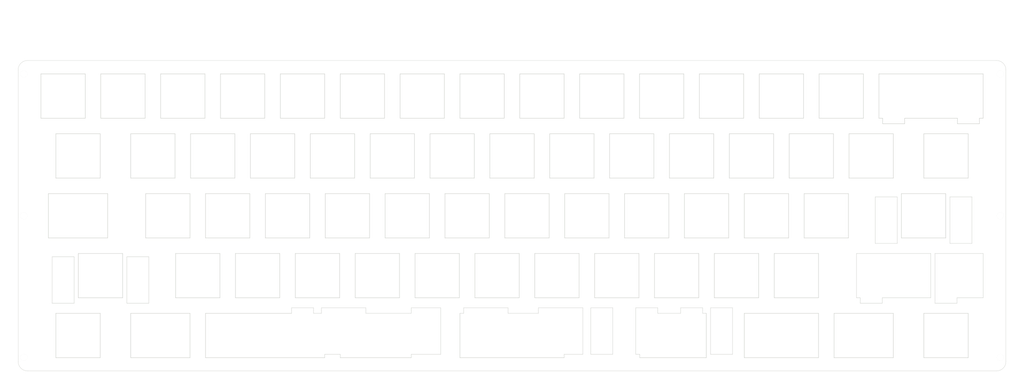
<source format=kicad_pcb>
(kicad_pcb (version 20211014) (generator pcbnew)
  (layers (0 "F.Cu" signal) (31 "B.Cu" signal) (34 "B.Paste" user) (35 "F.Paste" user) (36 "B.SilkS" user "B.Silkscreen") (37 "F.SilkS" user "F.Silkscreen") (38 "B.Mask" user) (39 "F.Mask" user) (44 "Edge.Cuts" user))
  (net 0 "")
  (footprint "kbd_SW_Hole:SW_Hole_1u" (layer "F.Cu") (at 57.15 47.625)
    (fp_text reference "SW18" hide)
    (fp_text value "SW_PUSH" hide)
    (fp_line (start -7.05 7.05) (end -7.05 -7.05) (layer "Edge.Cuts") (width 0.15))
    (fp_line (start -7.05 -7.05) (end 7.05 -7.05) (layer "Edge.Cuts") (width 0.15))
    (fp_line (start 7.05 -7.05) (end 7.05 7.05) (layer "Edge.Cuts") (width 0.15))
    (fp_line (start 7.05 7.05) (end -7.05 7.05) (layer "Edge.Cuts") (width 0.15))
  )
  (footprint "kbd_SW_Hole:SW_Hole_1u" (layer "F.Cu") (at 47.625 28.575)
    (fp_text reference "SW2" hide)
    (fp_text value "SW_PUSH" hide)
    (fp_line (start 7.05 7.05) (end -7.05 7.05) (layer "Edge.Cuts") (width 0.15))
    (fp_line (start -7.05 7.05) (end -7.05 -7.05) (layer "Edge.Cuts") (width 0.15))
    (fp_line (start 7.05 -7.05) (end 7.05 7.05) (layer "Edge.Cuts") (width 0.15))
    (fp_line (start -7.05 -7.05) (end 7.05 -7.05) (layer "Edge.Cuts") (width 0.15))
  )
  (footprint "kbd_SW_Hole:SW_Hole_1.75u" (layer "F.Cu") (at 35.71875 66.675)
    (fp_text reference "SW3" hide)
    (fp_text value "SW_PUSH" hide)
    (fp_line (start -11.8125 7.05) (end -11.8125 -7.05) (layer "Edge.Cuts") (width 0.15))
    (fp_line (start 7.05 -7.05) (end 7.05 7.05) (layer "Edge.Cuts") (width 0.15))
    (fp_line (start 7.05 7.05) (end -11.8125 7.05) (layer "Edge.Cuts") (width 0.15))
    (fp_line (start -11.8125 -7.05) (end 7.05 -7.05) (layer "Edge.Cuts") (width 0.15))
  )
  (footprint "kbd_SW_Hole:SW_Hole_1u" (layer "F.Cu") (at 28.575 28.575)
    (fp_text reference "SW1" hide)
    (fp_text value "SW_PUSH" hide)
    (fp_line (start -7.05 -7.05) (end 7.05 -7.05) (layer "Edge.Cuts") (width 0.15))
    (fp_line (start 7.05 7.05) (end -7.05 7.05) (layer "Edge.Cuts") (width 0.15))
    (fp_line (start 7.05 -7.05) (end 7.05 7.05) (layer "Edge.Cuts") (width 0.15))
    (fp_line (start -7.05 7.05) (end -7.05 -7.05) (layer "Edge.Cuts") (width 0.15))
  )
  (footprint "kbd_SW_Hole:SW_Hole_1.5u" (layer "F.Cu") (at 33.3375 47.625)
    (fp_text reference "SW17" hide)
    (fp_text value "KEY_SWITCH" hide)
    (fp_line (start 7.05 -7.05) (end 7.05 7.05) (layer "Edge.Cuts") (width 0.15))
    (fp_line (start 7.05 7.05) (end -7.05 7.05) (layer "Edge.Cuts") (width 0.15))
    (fp_line (start -7.05 7.05) (end -7.05 -7.05) (layer "Edge.Cuts") (width 0.15))
    (fp_line (start -7.05 -7.05) (end 7.05 -7.05) (layer "Edge.Cuts") (width 0.15))
  )
  (footprint "kbd_SW_Hole:SW_Hole_2.25u" (layer "F.Cu") (at 40.48125 85.725)
    (fp_text reference "SW4" hide)
    (fp_text value "KEY_SWITCH" hide)
    (fp_line (start 7.05 -7.05) (end 7.05 7.05) (layer "Edge.Cuts") (width 0.15))
    (fp_line (start -7.05 7.05) (end -7.05 -7.05) (layer "Edge.Cuts") (width 0.15))
    (fp_line (start 8.4 -6) (end 8.4 8.8) (layer "Edge.Cuts") (width 0.12))
    (fp_line (start 15.4 8.8) (end 15.4 -6) (layer "Edge.Cuts") (width 0.12))
    (fp_line (start 7.05 7.05) (end -7.05 7.05) (layer "Edge.Cuts") (width 0.15))
    (fp_line (start 8.4 8.8) (end 15.4 8.8) (layer "Edge.Cuts") (width 0.12))
    (fp_line (start -7.05 -7.05) (end 7.05 -7.05) (layer "Edge.Cuts") (width 0.15))
    (fp_line (start -15.4 -6) (end -8.4 -6) (layer "Edge.Cuts") (width 0.12))
    (fp_line (start -8.4 -6) (end -8.4 8.8) (layer "Edge.Cuts") (width 0.12))
    (fp_line (start -15.4 8.8) (end -15.4 -6) (layer "Edge.Cuts") (width 0.12))
    (fp_line (start 15.4 -6) (end 8.4 -6) (layer "Edge.Cuts") (width 0.12))
    (fp_line (start -8.4 8.8) (end -15.4 8.8) (layer "Edge.Cuts") (width 0.12))
  )
  (footprint "kbd_SW_Hole:SW_Hole_1u" (layer "F.Cu") (at 71.4375 85.725)
    (fp_text reference "SW9" hide)
    (fp_text value "SW_PUSH" hide)
    (fp_line (start 7.05 7.05) (end -7.05 7.05) (layer "Edge.Cuts") (width 0.15))
    (fp_line (start -7.05 -7.05) (end 7.05 -7.05) (layer "Edge.Cuts") (width 0.15))
    (fp_line (start 7.05 -7.05) (end 7.05 7.05) (layer "Edge.Cuts") (width 0.15))
    (fp_line (start -7.05 7.05) (end -7.05 -7.05) (layer "Edge.Cuts") (width 0.15))
  )
  (footprint "kbd_SW_Hole:SW_Hole_1u" (layer "F.Cu") (at 61.9125 66.675)
    (fp_text reference "SW8" hide)
    (fp_text value "SW_PUSH" hide)
    (fp_line (start 7.05 7.05) (end -7.05 7.05) (layer "Edge.Cuts") (width 0.15))
    (fp_line (start -7.05 7.05) (end -7.05 -7.05) (layer "Edge.Cuts") (width 0.15))
    (fp_line (start 7.05 -7.05) (end 7.05 7.05) (layer "Edge.Cuts") (width 0.15))
    (fp_line (start -7.05 -7.05) (end 7.05 -7.05) (layer "Edge.Cuts") (width 0.15))
  )
  (footprint "kbd_SW_Hole:SW_Hole_1u" (layer "F.Cu") (at 76.2 47.625)
    (fp_text reference "SW12" hide)
    (fp_text value "SW_PUSH" hide)
    (fp_line (start -7.05 7.05) (end -7.05 -7.05) (layer "Edge.Cuts") (width 0.15))
    (fp_line (start 7.05 7.05) (end -7.05 7.05) (layer "Edge.Cuts") (width 0.15))
    (fp_line (start -7.05 -7.05) (end 7.05 -7.05) (layer "Edge.Cuts") (width 0.15))
    (fp_line (start 7.05 -7.05) (end 7.05 7.05) (layer "Edge.Cuts") (width 0.15))
  )
  (footprint "kbd_SW_Hole:SW_Hole_1u" (layer "F.Cu") (at 66.675 28.575)
    (fp_text reference "SW3" hide)
    (fp_text value "SW_PUSH" hide)
    (fp_line (start -7.05 7.05) (end -7.05 -7.05) (layer "Edge.Cuts") (width 0.15))
    (fp_line (start -7.05 -7.05) (end 7.05 -7.05) (layer "Edge.Cuts") (width 0.15))
    (fp_line (start 7.05 7.05) (end -7.05 7.05) (layer "Edge.Cuts") (width 0.15))
    (fp_line (start 7.05 -7.05) (end 7.05 7.05) (layer "Edge.Cuts") (width 0.15))
  )
  (footprint "kbd_SW_Hole:SW_Hole_1u" (layer "F.Cu") (at 80.9625 66.675)
    (fp_text reference "SW13" hide)
    (fp_text value "SW_PUSH" hide)
    (fp_line (start -7.05 7.05) (end -7.05 -7.05) (layer "Edge.Cuts") (width 0.15))
    (fp_line (start 7.05 7.05) (end -7.05 7.05) (layer "Edge.Cuts") (width 0.15))
    (fp_line (start 7.05 -7.05) (end 7.05 7.05) (layer "Edge.Cuts") (width 0.15))
    (fp_line (start -7.05 -7.05) (end 7.05 -7.05) (layer "Edge.Cuts") (width 0.15))
  )
  (footprint "kbd_SW_Hole:SW_Hole_1u" (layer "F.Cu") (at 90.4875 85.725)
    (fp_text reference "SW14" hide)
    (fp_text value "SW_PUSH" hide)
    (fp_line (start -7.05 7.05) (end -7.05 -7.05) (layer "Edge.Cuts") (width 0.15))
    (fp_line (start -7.05 -7.05) (end 7.05 -7.05) (layer "Edge.Cuts") (width 0.15))
    (fp_line (start 7.05 7.05) (end -7.05 7.05) (layer "Edge.Cuts") (width 0.15))
    (fp_line (start 7.05 -7.05) (end 7.05 7.05) (layer "Edge.Cuts") (width 0.15))
  )
  (footprint "kbd_SW_Hole:SW_Hole_1u" (layer "F.Cu") (at 95.25 47.625)
    (fp_text reference "SW17" hide)
    (fp_text value "SW_PUSH" hide)
    (fp_line (start 7.05 -7.05) (end 7.05 7.05) (layer "Edge.Cuts") (width 0.15))
    (fp_line (start -7.05 7.05) (end -7.05 -7.05) (layer "Edge.Cuts") (width 0.15))
    (fp_line (start -7.05 -7.05) (end 7.05 -7.05) (layer "Edge.Cuts") (width 0.15))
    (fp_line (start 7.05 7.05) (end -7.05 7.05) (layer "Edge.Cuts") (width 0.15))
  )
  (footprint "kbd_SW_Hole:SW_Hole_1u" (layer "F.Cu") (at 109.5375 85.725)
    (fp_text reference "SW19" hide)
    (fp_text value "SW_PUSH" hide)
    (fp_line (start -7.05 -7.05) (end 7.05 -7.05) (layer "Edge.Cuts") (width 0.15))
    (fp_line (start 7.05 7.05) (end -7.05 7.05) (layer "Edge.Cuts") (width 0.15))
    (fp_line (start -7.05 7.05) (end -7.05 -7.05) (layer "Edge.Cuts") (width 0.15))
    (fp_line (start 7.05 -7.05) (end 7.05 7.05) (layer "Edge.Cuts") (width 0.15))
  )
  (footprint "kbd_SW_Hole:SW_Hole_1u" (layer "F.Cu") (at 85.725 28.575)
    (fp_text reference "SW4" hide)
    (fp_text value "SW_PUSH" hide)
    (fp_line (start -7.05 -7.05) (end 7.05 -7.05) (layer "Edge.Cuts") (width 0.15))
    (fp_line (start -7.05 7.05) (end -7.05 -7.05) (layer "Edge.Cuts") (width 0.15))
    (fp_line (start 7.05 -7.05) (end 7.05 7.05) (layer "Edge.Cuts") (width 0.15))
    (fp_line (start 7.05 7.05) (end -7.05 7.05) (layer "Edge.Cuts") (width 0.15))
  )
  (footprint "kbd_SW_Hole:SW_Hole_1u" (layer "F.Cu") (at 100.0125 66.675)
    (fp_text reference "SW18" hide)
    (fp_text value "SW_PUSH" hide)
    (fp_line (start -7.05 -7.05) (end 7.05 -7.05) (layer "Edge.Cuts") (width 0.15))
    (fp_line (start 7.05 7.05) (end -7.05 7.05) (layer "Edge.Cuts") (width 0.15))
    (fp_line (start 7.05 -7.05) (end 7.05 7.05) (layer "Edge.Cuts") (width 0.15))
    (fp_line (start -7.05 7.05) (end -7.05 -7.05) (layer "Edge.Cuts") (width 0.15))
  )
  (footprint "kbd_SW_Hole:SW_Hole_1u" (layer "F.Cu") (at 114.3 47.625)
    (fp_text reference "SW22" hide)
    (fp_text value "SW_PUSH" hide)
    (fp_line (start -7.05 -7.05) (end 7.05 -7.05) (layer "Edge.Cuts") (width 0.15))
    (fp_line (start 7.05 7.05) (end -7.05 7.05) (layer "Edge.Cuts") (width 0.15))
    (fp_line (start -7.05 7.05) (end -7.05 -7.05) (layer "Edge.Cuts") (width 0.15))
    (fp_line (start 7.05 -7.05) (end 7.05 7.05) (layer "Edge.Cuts") (width 0.15))
  )
  (footprint "kbd_SW_Hole:SW_Hole_1u" (layer "F.Cu") (at 104.775 28.575)
    (fp_text reference "SW5" hide)
    (fp_text value "SW_PUSH" hide)
    (fp_line (start -7.05 7.05) (end -7.05 -7.05) (layer "Edge.Cuts") (width 0.15))
    (fp_line (start -7.05 -7.05) (end 7.05 -7.05) (layer "Edge.Cuts") (width 0.15))
    (fp_line (start 7.05 7.05) (end -7.05 7.05) (layer "Edge.Cuts") (width 0.15))
    (fp_line (start 7.05 -7.05) (end 7.05 7.05) (layer "Edge.Cuts") (width 0.15))
  )
  (footprint "kbd_SW_Hole:SW_Hole_1u" (layer "F.Cu") (at 166.6875 85.725)
    (fp_text reference "SW34" hide)
    (fp_text value "SW_PUSH" hide)
    (fp_line (start 7.05 -7.05) (end 7.05 7.05) (layer "Edge.Cuts") (width 0.15))
    (fp_line (start 7.05 7.05) (end -7.05 7.05) (layer "Edge.Cuts") (width 0.15))
    (fp_line (start -7.05 7.05) (end -7.05 -7.05) (layer "Edge.Cuts") (width 0.15))
    (fp_line (start -7.05 -7.05) (end 7.05 -7.05) (layer "Edge.Cuts") (width 0.15))
  )
  (footprint "kbd_SW_Hole:SW_Hole_1u" (layer "F.Cu") (at 119.0625 66.675)
    (fp_text reference "SW23" hide)
    (fp_text value "SW_PUSH" hide)
    (fp_line (start -7.05 -7.05) (end 7.05 -7.05) (layer "Edge.Cuts") (width 0.15))
    (fp_line (start 7.05 7.05) (end -7.05 7.05) (layer "Edge.Cuts") (width 0.15))
    (fp_line (start 7.05 -7.05) (end 7.05 7.05) (layer "Edge.Cuts") (width 0.15))
    (fp_line (start -7.05 7.05) (end -7.05 -7.05) (layer "Edge.Cuts") (width 0.15))
  )
  (footprint "kbd_SW_Hole:SW_Hole_1u" (layer "F.Cu") (at 133.35 47.625)
    (fp_text reference "SW27" hide)
    (fp_text value "SW_PUSH" hide)
    (fp_line (start -7.05 7.05) (end -7.05 -7.05) (layer "Edge.Cuts") (width 0.15))
    (fp_line (start -7.05 -7.05) (end 7.05 -7.05) (layer "Edge.Cuts") (width 0.15))
    (fp_line (start 7.05 -7.05) (end 7.05 7.05) (layer "Edge.Cuts") (width 0.15))
    (fp_line (start 7.05 7.05) (end -7.05 7.05) (layer "Edge.Cuts") (width 0.15))
  )
  (footprint "kbd_SW_Hole:SW_Hole_1u" (layer "F.Cu") (at 147.6375 85.725)
    (fp_text reference "SW29" hide)
    (fp_text value "SW_PUSH" hide)
    (fp_line (start 7.05 -7.05) (end 7.05 7.05) (layer "Edge.Cuts") (width 0.15))
    (fp_line (start -7.05 7.05) (end -7.05 -7.05) (layer "Edge.Cuts") (width 0.15))
    (fp_line (start -7.05 -7.05) (end 7.05 -7.05) (layer "Edge.Cuts") (width 0.15))
    (fp_line (start 7.05 7.05) (end -7.05 7.05) (layer "Edge.Cuts") (width 0.15))
  )
  (footprint "kbd_SW_Hole:SW_Hole_1u" (layer "F.Cu") (at 152.4 47.625)
    (fp_text reference "SW32" hide)
    (fp_text value "SW_PUSH" hide)
    (fp_line (start -7.05 -7.05) (end 7.05 -7.05) (layer "Edge.Cuts") (width 0.15))
    (fp_line (start 7.05 -7.05) (end 7.05 7.05) (layer "Edge.Cuts") (width 0.15))
    (fp_line (start -7.05 7.05) (end -7.05 -7.05) (layer "Edge.Cuts") (width 0.15))
    (fp_line (start 7.05 7.05) (end -7.05 7.05) (layer "Edge.Cuts") (width 0.15))
  )
  (footprint "kbd_SW_Hole:SW_Hole_1u" (layer "F.Cu") (at 157.1625 66.675)
    (fp_text reference "SW33" hide)
    (fp_text value "SW_PUSH" hide)
    (fp_line (start -7.05 7.05) (end -7.05 -7.05) (layer "Edge.Cuts") (width 0.15))
    (fp_line (start 7.05 -7.05) (end 7.05 7.05) (layer "Edge.Cuts") (width 0.15))
    (fp_line (start -7.05 -7.05) (end 7.05 -7.05) (layer "Edge.Cuts") (width 0.15))
    (fp_line (start 7.05 7.05) (end -7.05 7.05) (layer "Edge.Cuts") (width 0.15))
  )
  (footprint "kbd_SW_Hole:SW_Hole_1u" (layer "F.Cu") (at 123.825 28.575)
    (fp_text reference "SW6" hide)
    (fp_text value "SW_PUSH" hide)
    (fp_line (start -7.05 -7.05) (end 7.05 -7.05) (layer "Edge.Cuts") (width 0.15))
    (fp_line (start 7.05 -7.05) (end 7.05 7.05) (layer "Edge.Cuts") (width 0.15))
    (fp_line (start -7.05 7.05) (end -7.05 -7.05) (layer "Edge.Cuts") (width 0.15))
    (fp_line (start 7.05 7.05) (end -7.05 7.05) (layer "Edge.Cuts") (width 0.15))
  )
  (footprint "kbd_SW_Hole:SW_Hole_1u" (layer "F.Cu") (at 128.5875 85.725)
    (fp_text reference "SW24" hide)
    (fp_text value "SW_PUSH" hide)
    (fp_line (start -7.05 7.05) (end -7.05 -7.05) (layer "Edge.Cuts") (width 0.15))
    (fp_line (start 7.05 7.05) (end -7.05 7.05) (layer "Edge.Cuts") (width 0.15))
    (fp_line (start 7.05 -7.05) (end 7.05 7.05) (layer "Edge.Cuts") (width 0.15))
    (fp_line (start -7.05 -7.05) (end 7.05 -7.05) (layer "Edge.Cuts") (width 0.15))
  )
  (footprint "kbd_SW_Hole:SW_Hole_1u" (layer "F.Cu") (at 138.1125 66.675)
    (fp_text reference "SW28" hide)
    (fp_text value "SW_PUSH" hide)
    (fp_line (start 7.05 -7.05) (end 7.05 7.05) (layer "Edge.Cuts") (width 0.15))
    (fp_line (start 7.05 7.05) (end -7.05 7.05) (layer "Edge.Cuts") (width 0.15))
    (fp_line (start -7.05 -7.05) (end 7.05 -7.05) (layer "Edge.Cuts") (width 0.15))
    (fp_line (start -7.05 7.05) (end -7.05 -7.05) (layer "Edge.Cuts") (width 0.15))
  )
  (footprint "kbd_SW_Hole:SW_Hole_1u" (layer "F.Cu") (at 142.875 28.575)
    (fp_text reference "SW7" hide)
    (fp_text value "SW_PUSH" hide)
    (fp_line (start 7.05 -7.05) (end 7.05 7.05) (layer "Edge.Cuts") (width 0.15))
    (fp_line (start 7.05 7.05) (end -7.05 7.05) (layer "Edge.Cuts") (width 0.15))
    (fp_line (start -7.05 7.05) (end -7.05 -7.05) (layer "Edge.Cuts") (width 0.15))
    (fp_line (start -7.05 -7.05) (end 7.05 -7.05) (layer "Edge.Cuts") (width 0.15))
  )
  (footprint "kbd_SW_Hole:SW_Hole_1u" (layer "F.Cu") (at 195.2625 66.675)
    (fp_text reference "SW43" hide)
    (fp_text value "SW_PUSH" hide)
    (fp_line (start 7.05 -7.05) (end 7.05 7.05) (layer "Edge.Cuts") (width 0.15))
    (fp_line (start -7.05 7.05) (end -7.05 -7.05) (layer "Edge.Cuts") (width 0.15))
    (fp_line (start -7.05 -7.05) (end 7.05 -7.05) (layer "Edge.Cuts") (width 0.15))
    (fp_line (start 7.05 7.05) (end -7.05 7.05) (layer "Edge.Cuts") (width 0.15))
  )
  (footprint "kbd_SW_Hole:SW_Hole_1u" (layer "F.Cu") (at 185.7375 85.725)
    (fp_text reference "SW39" hide)
    (fp_text value "SW_PUSH" hide)
    (fp_line (start 7.05 -7.05) (end 7.05 7.05) (layer "Edge.Cuts") (width 0.15))
    (fp_line (start 7.05 7.05) (end -7.05 7.05) (layer "Edge.Cuts") (width 0.15))
    (fp_line (start -7.05 -7.05) (end 7.05 -7.05) (layer "Edge.Cuts") (width 0.15))
    (fp_line (start -7.05 7.05) (end -7.05 -7.05) (layer "Edge.Cuts") (width 0.15))
  )
  (footprint "kbd_SW_Hole:SW_Hole_1u" (layer "F.Cu") (at 200.025 28.575)
    (fp_text reference "SW10" hide)
    (fp_text value "SW_PUSH" hide)
    (fp_line (start -7.05 7.05) (end -7.05 -7.05) (layer "Edge.Cuts") (width 0.15))
    (fp_line (start 7.05 -7.05) (end 7.05 7.05) (layer "Edge.Cuts") (width 0.15))
    (fp_line (start 7.05 7.05) (end -7.05 7.05) (layer "Edge.Cuts") (width 0.15))
    (fp_line (start -7.05 -7.05) (end 7.05 -7.05) (layer "Edge.Cuts") (width 0.15))
  )
  (footprint "kbd_SW_Hole:SW_Hole_1u" (layer "F.Cu") (at 209.55 47.625)
    (fp_text reference "SW47" hide)
    (fp_text value "SW_PUSH" hide)
    (fp_line (start -7.05 -7.05) (end 7.05 -7.05) (layer "Edge.Cuts") (width 0.15))
    (fp_line (start 7.05 7.05) (end -7.05 7.05) (layer "Edge.Cuts") (width 0.15))
    (fp_line (start -7.05 7.05) (end -7.05 -7.05) (layer "Edge.Cuts") (width 0.15))
    (fp_line (start 7.05 -7.05) (end 7.05 7.05) (layer "Edge.Cuts") (width 0.15))
  )
  (footprint "kbd_SW_Hole:SW_Hole_1u" (layer "F.Cu") (at 180.975 28.575)
    (fp_text reference "SW9" hide)
    (fp_text value "SW_PUSH" hide)
    (fp_line (start -7.05 -7.05) (end 7.05 -7.05) (layer "Edge.Cuts") (width 0.15))
    (fp_line (start 7.05 7.05) (end -7.05 7.05) (layer "Edge.Cuts") (width 0.15))
    (fp_line (start -7.05 7.05) (end -7.05 -7.05) (layer "Edge.Cuts") (width 0.15))
    (fp_line (start 7.05 -7.05) (end 7.05 7.05) (layer "Edge.Cuts") (width 0.15))
  )
  (footprint "kbd_SW_Hole:SW_Hole_1u" (layer "F.Cu") (at 176.2125 66.675)
    (fp_text reference "SW38" hide)
    (fp_text value "SW_PUSH" hide)
    (fp_line (start 7.05 -7.05) (end 7.05 7.05) (layer "Edge.Cuts") (width 0.15))
    (fp_line (start 7.05 7.05) (end -7.05 7.05) (layer "Edge.Cuts") (width 0.15))
    (fp_line (start -7.05 7.05) (end -7.05 -7.05) (layer "Edge.Cuts") (width 0.15))
    (fp_line (start -7.05 -7.05) (end 7.05 -7.05) (layer "Edge.Cuts") (width 0.15))
  )
  (footprint "kbd_SW_Hole:SW_Hole_1u" (layer "F.Cu") (at 223.8375 85.725)
    (fp_text reference "SW49" hide)
    (fp_text value "SW_PUSH" hide)
    (fp_line (start -7.05 -7.05) (end 7.05 -7.05) (layer "Edge.Cuts") (width 0.15))
    (fp_line (start -7.05 7.05) (end -7.05 -7.05) (layer "Edge.Cuts") (width 0.15))
    (fp_line (start 7.05 -7.05) (end 7.05 7.05) (layer "Edge.Cuts") (width 0.15))
    (fp_line (start 7.05 7.05) (end -7.05 7.05) (layer "Edge.Cuts") (width 0.15))
  )
  (footprint "kbd_SW_Hole:SW_Hole_1u" (layer "F.Cu") (at 161.925 28.575)
    (fp_text reference "SW8" hide)
    (fp_text value "SW_PUSH" hide)
    (fp_line (start -7.05 7.05) (end -7.05 -7.05) (layer "Edge.Cuts") (width 0.15))
    (fp_line (start -7.05 -7.05) (end 7.05 -7.05) (layer "Edge.Cuts") (width 0.15))
    (fp_line (start 7.05 -7.05) (end 7.05 7.05) (layer "Edge.Cuts") (width 0.15))
    (fp_line (start 7.05 7.05) (end -7.05 7.05) (layer "Edge.Cuts") (width 0.15))
  )
  (footprint "kbd_SW_Hole:SW_Hole_1u" (layer "F.Cu") (at 204.7875 85.725)
    (fp_text reference "SW44" hide)
    (fp_text value "SW_PUSH" hide)
    (fp_line (start 7.05 7.05) (end -7.05 7.05) (layer "Edge.Cuts") (width 0.15))
    (fp_line (start -7.05 7.05) (end -7.05 -7.05) (layer "Edge.Cuts") (width 0.15))
    (fp_line (start -7.05 -7.05) (end 7.05 -7.05) (layer "Edge.Cuts") (width 0.15))
    (fp_line (start 7.05 -7.05) (end 7.05 7.05) (layer "Edge.Cuts") (width 0.15))
  )
  (footprint "kbd_SW_Hole:SW_Hole_1u" (layer "F.Cu") (at 171.45 47.625)
    (fp_text reference "SW37" hide)
    (fp_text value "SW_PUSH" hide)
    (fp_line (start 7.05 7.05) (end -7.05 7.05) (layer "Edge.Cuts") (width 0.15))
    (fp_line (start 7.05 -7.05) (end 7.05 7.05) (layer "Edge.Cuts") (width 0.15))
    (fp_line (start -7.05 7.05) (end -7.05 -7.05) (layer "Edge.Cuts") (width 0.15))
    (fp_line (start -7.05 -7.05) (end 7.05 -7.05) (layer "Edge.Cuts") (width 0.15))
  )
  (footprint "kbd_SW_Hole:SW_Hole_1u" (layer "F.Cu") (at 214.3125 66.675)
    (fp_text reference "SW48" hide)
    (fp_text value "SW_PUSH" hide)
    (fp_line (start -7.05 7.05) (end -7.05 -7.05) (layer "Edge.Cuts") (width 0.15))
    (fp_line (start 7.05 7.05) (end -7.05 7.05) (layer "Edge.Cuts") (width 0.15))
    (fp_line (start 7.05 -7.05) (end 7.05 7.05) (layer "Edge.Cuts") (width 0.15))
    (fp_line (start -7.05 -7.05) (end 7.05 -7.05) (layer "Edge.Cuts") (width 0.15))
  )
  (footprint "kbd_SW_Hole:SW_Hole_1u" (layer "F.Cu") (at 190.5 47.625)
    (fp_text reference "SW42" hide)
    (fp_text value "SW_PUSH" hide)
    (fp_line (start 7.05 -7.05) (end 7.05 7.05) (layer "Edge.Cuts") (width 0.15))
    (fp_line (start -7.05 -7.05) (end 7.05 -7.05) (layer "Edge.Cuts") (width 0.15))
    (fp_line (start 7.05 7.05) (end -7.05 7.05) (layer "Edge.Cuts") (width 0.15))
    (fp_line (start -7.05 7.05) (end -7.05 -7.05) (layer "Edge.Cuts") (width 0.15))
  )
  (footprint "kbd_SW_Hole:SW_Hole_1u" (layer "F.Cu") (at 238.125 28.575)
    (fp_text reference "SW12" hide)
    (fp_text value "SW_PUSH" hide)
    (fp_line (start 7.05 7.05) (end -7.05 7.05) (layer "Edge.Cuts") (width 0.15))
    (fp_line (start 7.05 -7.05) (end 7.05 7.05) (layer "Edge.Cuts") (width 0.15))
    (fp_line (start -7.05 -7.05) (end 7.05 -7.05) (layer "Edge.Cuts") (width 0.15))
    (fp_line (start -7.05 7.05) (end -7.05 -7.05) (layer "Edge.Cuts") (width 0.15))
  )
  (footprint "kbd_SW_Hole:SW_Hole_1u" (layer "F.Cu") (at 242.8875 85.725)
    (fp_text reference "SW54" hide)
    (fp_text value "SW_PUSH" hide)
    (fp_line (start 7.05 -7.05) (end 7.05 7.05) (layer "Edge.Cuts") (width 0.15))
    (fp_line (start 7.05 7.05) (end -7.05 7.05) (layer "Edge.Cuts") (width 0.15))
    (fp_line (start -7.05 7.05) (end -7.05 -7.05) (layer "Edge.Cuts") (width 0.15))
    (fp_line (start -7.05 -7.05) (end 7.05 -7.05) (layer "Edge.Cuts") (width 0.15))
  )
  (footprint "kbd_SW_Hole:SW_Hole_1u" (layer "F.Cu") (at 228.6 47.625)
    (fp_text reference "SW52" hide)
    (fp_text value "SW_PUSH" hide)
    (fp_line (start -7.05 7.05) (end -7.05 -7.05) (layer "Edge.Cuts") (width 0.15))
    (fp_line (start 7.05 -7.05) (end 7.05 7.05) (layer "Edge.Cuts") (width 0.15))
    (fp_line (start -7.05 -7.05) (end 7.05 -7.05) (layer "Edge.Cuts") (width 0.15))
    (fp_line (start 7.05 7.05) (end -7.05 7.05) (layer "Edge.Cuts") (width 0.15))
  )
  (footprint "kbd_SW_Hole:SW_Hole_1u" (layer "F.Cu") (at 233.3625 66.675)
    (fp_text reference "SW53" hide)
    (fp_text value "SW_PUSH" hide)
    (fp_line (start 7.05 -7.05) (end 7.05 7.05) (layer "Edge.Cuts") (width 0.15))
    (fp_line (start 7.05 7.05) (end -7.05 7.05) (layer "Edge.Cuts") (width 0.15))
    (fp_line (start -7.05 7.05) (end -7.05 -7.05) (layer "Edge.Cuts") (width 0.15))
    (fp_line (start -7.05 -7.05) (end 7.05 -7.05) (layer "Edge.Cuts") (width 0.15))
  )
  (footprint "kbd_SW_Hole:SW_Hole_1u" (layer "F.Cu") (at 271.4625 66.675)
    (fp_text reference "SW61" hide)
    (fp_text value "SW_PUSH" hide)
    (fp_line (start -7.05 -7.05) (end 7.05 -7.05) (layer "Edge.Cuts") (width 0.15))
    (fp_line (start 7.05 7.05) (end -7.05 7.05) (layer "Edge.Cuts") (width 0.15))
    (fp_line (start 7.05 -7.05) (end 7.05 7.05) (layer "Edge.Cuts") (width 0.15))
    (fp_line (start -7.05 7.05) (end -7.05 -7.05) (layer "Edge.Cuts") (width 0.15))
  )
  (footprint "kbd_SW_Hole:SW_Hole_1u" (layer "F.Cu") (at 247.65 47.625)
    (fp_text reference "SW57" hide)
    (fp_text value "SW_PUSH" hide)
    (fp_line (start 7.05 7.05) (end -7.05 7.05) (layer "Edge.Cuts") (width 0.15))
    (fp_line (start -7.05 -7.05) (end 7.05 -7.05) (layer "Edge.Cuts") (width 0.15))
    (fp_line (start -7.05 7.05) (end -7.05 -7.05) (layer "Edge.Cuts") (width 0.15))
    (fp_line (start 7.05 -7.05) (end 7.05 7.05) (layer "Edge.Cuts") (width 0.15))
  )
  (footprint "kbd_SW_Hole:SW_Hole_1u" (layer "F.Cu") (at 257.175 28.575)
    (fp_text reference "SW13" hide)
    (fp_text value "SW_PUSH" hide)
    (fp_line (start 7.05 7.05) (end -7.05 7.05) (layer "Edge.Cuts") (width 0.15))
    (fp_line (start -7.05 7.05) (end -7.05 -7.05) (layer "Edge.Cuts") (width 0.15))
    (fp_line (start 7.05 -7.05) (end 7.05 7.05) (layer "Edge.Cuts") (width 0.15))
    (fp_line (start -7.05 -7.05) (end 7.05 -7.05) (layer "Edge.Cuts") (width 0.15))
  )
  (footprint "kbd_SW_Hole:SW_Hole_1u" (layer "F.Cu") (at 219.075 28.575)
    (fp_text reference "SW11" hide)
    (fp_text value "SW_PUSH" hide)
    (fp_line (start -7.05 7.05) (end -7.05 -7.05) (layer "Edge.Cuts") (width 0.15))
    (fp_line (start 7.05 -7.05) (end 7.05 7.05) (layer "Edge.Cuts") (width 0.15))
    (fp_line (start -7.05 -7.05) (end 7.05 -7.05) (layer "Edge.Cuts") (width 0.15))
    (fp_line (start 7.05 7.05) (end -7.05 7.05) (layer "Edge.Cuts") (width 0.15))
  )
  (footprint "kbd_SW_Hole:SW_Hole_1u" (layer "F.Cu") (at 252.4125 66.675)
    (fp_text reference "SW58" hide)
    (fp_text value "SW_PUSH" hide)
    (fp_line (start 7.05 7.05) (end -7.05 7.05) (layer "Edge.Cuts") (width 0.15))
    (fp_line (start 7.05 -7.05) (end 7.05 7.05) (layer "Edge.Cuts") (width 0.15))
    (fp_line (start -7.05 7.05) (end -7.05 -7.05) (layer "Edge.Cuts") (width 0.15))
    (fp_line (start -7.05 -7.05) (end 7.05 -7.05) (layer "Edge.Cuts") (width 0.15))
  )
  (footprint "kbd_SW_Hole:SW_Hole_1u" (layer "F.Cu") (at 266.7 47.625)
    (fp_text reference "SW60" hide)
    (fp_text value "SW_PUSH" hide)
    (fp_line (start 7.05 -7.05) (end 7.05 7.05) (layer "Edge.Cuts") (width 0.15))
    (fp_line (start -7.05 7.05) (end -7.05 -7.05) (layer "Edge.Cuts") (width 0.15))
    (fp_line (start 7.05 7.05) (end -7.05 7.05) (layer "Edge.Cuts") (width 0.15))
    (fp_line (start -7.05 -7.05) (end 7.05 -7.05) (layer "Edge.Cuts") (width 0.15))
  )
  (footprint "kbd_SW_Hole:SW_Hole_1u" (layer "F.Cu") (at 261.9375 85.725)
    (fp_text reference "SW67" hide)
    (fp_text value "SW_PUSH" hide)
    (fp_line (start 7.05 7.05) (end -7.05 7.05) (layer "Edge.Cuts") (width 0.15))
    (fp_line (start -7.05 -7.05) (end 7.05 -7.05) (layer "Edge.Cuts") (width 0.15))
    (fp_line (start -7.05 7.05) (end -7.05 -7.05) (layer "Edge.Cuts") (width 0.15))
    (fp_line (start 7.05 -7.05) (end 7.05 7.05) (layer "Edge.Cuts") (width 0.15))
  )
  (footprint "kbd_SW_Hole:SW_Hole_1u" (layer "F.Cu") (at 276.225 28.575)
    (fp_text reference "SW14" hide)
    (fp_text value "SW_PUSH" hide)
    (fp_line (start -7.05 7.05) (end -7.05 -7.05) (layer "Edge.Cuts") (width 0.15))
    (fp_line (start -7.05 -7.05) (end 7.05 -7.05) (layer "Edge.Cuts") (width 0.15))
    (fp_line (start 7.05 7.05) (end -7.05 7.05) (layer "Edge.Cuts") (width 0.15))
    (fp_line (start 7.05 -7.05) (end 7.05 7.05) (layer "Edge.Cuts") (width 0.15))
  )
  (footprint "kbd_Hole:m2_Screw_Hole_EdgeCuts" (layer "F.Cu") (at 16.075 21.55)
    (fp_text reference "J2" hide)
    (fp_text value "Conn_01x01" hide)
    (fp_circle (center 0 0) (end 1.1 0) (layer "Edge.Cuts") (width 0.01) (fill none))
  )
  (footprint "kbd_Hole:m2_Screw_Hole_EdgeCuts" (layer "F.Cu") (at 16.075 66.65)
    (fp_text reference "J3" hide)
    (fp_text value "Conn_01x01" hide)
    (fp_circle (center 0 0) (end 1.1 0) (layer "Edge.Cuts") (width 0.01) (fill none))
  )
  (footprint "kbd_Hole:m2_Screw_Hole_EdgeCuts" (layer "F.Cu") (at 16.075 111.75)
    (fp_text reference "J4" hide)
    (fp_text value "Conn_01x01" hide)
    (fp_circle (center 0 0) (end 1.1 0) (layer "Edge.Cuts") (width 0.01) (fill none))
  )
  (footprint "kbd_Hole:m2_Screw_Hole_EdgeCuts" (layer "F.Cu") (at 326.825 21.55)
    (fp_text reference "J5" hide)
    (fp_text value "Conn_01x01" hide)
    (fp_circle (center 0 0) (end 1.1 0) (layer "Edge.Cuts") (width 0.01) (fill none))
  )
  (footprint "kbd_Hole:m2_Screw_Hole_EdgeCuts" (layer "F.Cu") (at 326.825 66.65)
    (fp_text reference "J6" hide)
    (fp_text value "Conn_01x01" hide)
    (fp_circle (center 0 0) (end 1.1 0) (layer "Edge.Cuts") (width 0.01) (fill none))
  )
  (footprint "kbd_Hole:m2_Screw_Hole_EdgeCuts" (layer "F.Cu") (at 326.825 111.75)
    (fp_text reference "J7" hide)
    (fp_text value "Conn_01x01" hide)
    (fp_circle (center 0 0) (end 1.1 0) (layer "Edge.Cuts") (width 0.01) (fill none))
  )
  (footprint "kbd_Hole:m2_Screw_Hole_Fab" (layer "F.Cu") (at 11.075 13.05)
    (fp_text reference "J8" hide)
    (fp_text value "Conn_01x01" hide)
  )
  (footprint "kbd_Hole:m2_Screw_Hole_Fab" (layer "F.Cu") (at 11.075 66.65)
    (fp_text reference "J9" hide)
    (fp_text value "Conn_01x01" hide)
  )
  (footprint "kbd_Hole:m2_Screw_Hole_Fab" (layer "F.Cu") (at 11.075 120.25)
    (fp_text reference "J10" hide)
    (fp_text value "Conn_01x01" hide)
  )
  (footprint "kbd_Hole:m2_Screw_Hole_Fab" (layer "F.Cu") (at 108.575 13.05)
    (fp_text reference "J11" hide)
    (fp_text value "Conn_01x01" hide)
  )
  (footprint "kbd_Hole:m2_Screw_Hole_Fab" (layer "F.Cu") (at 234.325 13.05)
    (fp_text reference "J12" hide)
    (fp_text value "Conn_01x01" hide)
  )
  (footprint "kbd_Hole:m2_Screw_Hole_Fab" (layer "F.Cu") (at 108.575 120.25)
    (fp_text reference "J13" hide)
    (fp_text value "Conn_01x01" hide)
  )
  (footprint "kbd_Hole:m2_Screw_Hole_Fab" (layer "F.Cu") (at 234.325 120.25)
    (fp_text reference "J14" hide)
    (fp_text value "Conn_01x01" hide)
  )
  (footprint "kbd_Hole:m2_Screw_Hole_Fab" (layer "F.Cu") (at 331.825 13.05)
    (fp_text reference "J15" hide)
    (fp_text value "Conn_01x01" hide)
  )
  (footprint "kbd_Hole:m2_Screw_Hole_Fab" (layer "F.Cu") (at 331.825 66.65)
    (fp_text reference "J16" hide)
    (fp_text value "Conn_01x01" hide)
  )
  (footprint "kbd_Hole:m2_Screw_Hole_Fab" (layer "F.Cu") (at 331.825 120.25)
    (fp_text reference "J17" hide)
    (fp_text value "Conn_01x01" hide)
  )
  (footprint "kbd_SW_Hole:SW_Hole_2.25u" (layer "F.Cu") (at 302.41875 66.675)
    (fp_text reference "SW4" hide)
    (fp_text value "KEY_SWITCH" hide)
    (fp_line (start 8.4 8.8) (end 15.4 8.8) (layer "Edge.Cuts") (width 0.12))
    (fp_line (start 8.4 -6) (end 8.4 8.8) (layer "Edge.Cuts") (width 0.12))
    (fp_line (start -15.4 8.8) (end -15.4 -6) (layer "Edge.Cuts") (width 0.12))
    (fp_line (start -7.05 7.05) (end -7.05 -7.05) (layer "Edge.Cuts") (width 0.15))
    (fp_line (start -7.05 -7.05) (end 7.05 -7.05) (layer "Edge.Cuts") (width 0.15))
    (fp_line (start -8.4 8.8) (end -15.4 8.8) (layer "Edge.Cuts") (width 0.12))
    (fp_line (start 15.4 8.8) (end 15.4 -6) (layer "Edge.Cuts") (width 0.12))
    (fp_line (start 7.05 -7.05) (end 7.05 7.05) (layer "Edge.Cuts") (width 0.15))
    (fp_line (start 15.4 -6) (end 8.4 -6) (layer "Edge.Cuts") (width 0.12))
    (fp_line (start -8.4 -6) (end -8.4 8.8) (layer "Edge.Cuts") (width 0.12))
    (fp_line (start 7.05 7.05) (end -7.05 7.05) (layer "Edge.Cuts") (width 0.15))
    (fp_line (start -15.4 -6) (end -8.4 -6) (layer "Edge.Cuts") (width 0.12))
  )
  (footprint "milkyway:SW_Hole_Split_Bksp" (layer "F.Cu") (at 304.8 28.575)
    (fp_text reference "SW2" hide)
    (fp_text value "KEY_SWITCH" hide)
    (fp_line (start -15.4 7.05) (end -15.4 8.8) (layer "Edge.Cuts") (width 0.15))
    (fp_line (start 8.4 7.05) (end -8.4 7.05) (layer "Edge.Cuts") (width 0.15))
    (fp_line (start -16.575 7.05) (end -16.575 -7.05) (layer "Edge.Cuts") (width 0.15))
    (fp_line (start 16.575 -7.05) (end 16.575 7.05) (layer "Edge.Cuts") (width 0.15))
    (fp_line (start -8.4 7.05) (end -8.4 8.8) (layer "Edge.Cuts") (width 0.15))
    (fp_line (start -16.575 -7.05) (end 16.575 -7.05) (layer "Edge.Cuts") (width 0.15))
    (fp_line (start 8.4 8.8) (end 15.4 8.8) (layer "Edge.Cuts") (width 0.15))
    (fp_line (start -8.4 8.8) (end -15.4 8.8) (layer "Edge.Cuts") (width 0.15))
    (fp_line (start 8.4 7.05) (end 8.4 8.8) (layer "Edge.Cuts") (width 0.15))
    (fp_line (start -16.575 7.05) (end -15.4 7.05) (layer "Edge.Cuts") (width 0.15))
    (fp_line (start 16.575 7.05) (end 15.4 7.05) (layer "Edge.Cuts") (width 0.15))
    (fp_line (start 15.4 7.05) (end 15.4 8.8) (layer "Edge.Cuts") (width 0.15))
  )
  (footprint "milkyway:SW_Hole_Split_Rshift" (layer "F.Cu") (at 297.65625 85.725)
    (fp_text reference "SW2" hide)
    (fp_text value "KEY_SWITCH" hide)
    (fp_line (start 23.71875 -7.05) (end 23.71875 7.05) (layer "Edge.Cuts") (width 0.12))
    (fp_line (start -15.4 7.05) (end -15.4 8.8) (layer "Edge.Cuts") (width 0.12))
    (fp_line (start 8.4 8.8) (end 15.4 8.8) (layer "Edge.Cuts") (width 0.12))
    (fp_line (start 7.05 7.05) (end -8.4 7.05) (layer "Edge.Cuts") (width 0.12))
    (fp_line (start -8.4 8.8) (end -15.4 8.8) (layer "Edge.Cuts") (width 0.12))
    (fp_line (start 15.4 7.05) (end 23.71875 7.05) (layer "Edge.Cuts") (width 0.12))
    (fp_line (start -16.575 -7.05) (end 7.05 -7.05) (layer "Edge.Cuts") (width 0.12))
    (fp_line (start 8.4 -7.05) (end 23.71875 -7.05) (layer "Edge.Cuts") (width 0.12))
    (fp_line (start -16.575 7.05) (end -16.575 -7.05) (layer "Edge.Cuts") (width 0.12))
    (fp_line (start 8.4 -7.05) (end 8.4 8.8) (layer "Edge.Cuts") (width 0.12))
    (fp_line (start -15.4 7.05) (end -16.575 7.05) (layer "Edge.Cuts") (width 0.12))
    (fp_line (start 7.05 -7.05) (end 7.05 7.05) (layer "Edge.Cuts") (width 0.12))
    (fp_line (start -8.4 7.05) (end -8.4 8.8) (layer "Edge.Cuts") (width 0.12))
    (fp_line (start 15.4 7.05) (end 15.4 8.8) (layer "Edge.Cuts") (width 0.12))
  )
  (footprint "kbd_SW_Hole:SW_Hole_1u" (layer "F.Cu") (at 285.75 47.625)
    (fp_text reference "SW60" hide)
    (fp_text value "SW_PUSH" hide)
    (fp_line (start 7.05 -7.05) (end 7.05 7.05) (layer "Edge.Cuts") (width 0.15))
    (fp_line (start -7.05 -7.05) (end 7.05 -7.05) (layer "Edge.Cuts") (width 0.15))
    (fp_line (start 7.05 7.05) (end -7.05 7.05) (layer "Edge.Cuts") (width 0.15))
    (fp_line (start -7.05 7.05) (end -7.05 -7.05) (layer "Edge.Cuts") (width 0.15))
  )
  (footprint "kbd_SW_Hole:SW_Hole_1.5u" (layer "F.Cu") (at 309.5625 47.625)
    (fp_text reference "SW2" hide)
    (fp_text value "KEY_SWITCH" hide)
    (fp_line (start -7.05 7.05) (end -7.05 -7.05) (layer "Edge.Cuts") (width 0.15))
    (fp_line (start 7.05 7.05) (end -7.05 7.05) (layer "Edge.Cuts") (width 0.15))
    (fp_line (start -7.05 -7.05) (end 7.05 -7.05) (layer "Edge.Cuts") (width 0.15))
    (fp_line (start 7.05 -7.05) (end 7.05 7.05) (layer "Edge.Cuts") (width 0.15))
  )
  (footprint "milkyway:SW_Hole_R5_all" (layer "F.Cu") (at 171.45 104.775)
    (fp_text reference "SW2" hide)
    (fp_text value "KEY_SWITCH" hide)
    (fp_line (start 39.3625 -8.8) (end 46.3625 -8.8) (layer "Edge.Cuts") (width 0.12))
    (fp_line (start -131.0625 7.05) (end -145.1625 7.05) (layer "Edge.Cuts") (width 0.15))
    (fp_line (start -97.5375 -7.05) (end -70.175 -7.05) (layer "Edge.Cuts") (width 0.15))
    (fp_line (start -46.50625 -8.8) (end -60.65 -8.8) (layer "Edge.Cuts") (width 0.12))
    (fp_line (start -15.40625 -7.05) (end -15.40625 -8.8) (layer "Edge.Cuts") (width 0.12))
    (fp_line (start 8.40625 -7.05) (end 8.40625 -8.8) (layer "Edge.Cuts") (width 0.12))
    (fp_line (start 39.3625 6) (end 39.3625 -8.8) (layer "Edge.Cuts") (width 0.12))
    (fp_line (start -1.2625 -7.05) (end -1.2625 -8.8) (layer "Edge.Cuts") (width 0.12))
    (fp_line (start 53.65 -8.8) (end 60.65 -8.8) (layer "Edge.Cuts") (width 0.12))
    (fp_line (start 145.1625 -7.05) (end 145.1625 7.05) (layer "Edge.Cuts") (width 0.15))
    (fp_line (start -102.4875 -7.05) (end -102.4875 7.05) (layer "Edge.Cuts") (width 0.15))
    (fp_line (start 60.65 -8.8) (end 60.65 -7.05) (layer "Edge.Cuts") (width 0.12))
    (fp_line (start -63.175 -8.8) (end -63.175 -7.05) (layer "Edge.Cuts") (width 0.12))
    (fp_line (start -70.175 -7.05) (end -70.175 -8.8) (layer "Edge.Cuts") (width 0.12))
    (fp_line (start 8.40625 -8.8) (end 22.55 -8.8) (layer "Edge.Cuts") (width 0.12))
    (fp_line (start 70.175 -8.8) (end 70.175 6) (layer "Edge.Cuts") (width 0.12))
    (fp_line (start 22.55 -8.8) (end 22.55 6) (layer "Edge.Cuts") (width 0.12))
    (fp_line (start 40.66875 6) (end 40.66875 7.05) (layer "Edge.Cuts") (width 0.12))
    (fp_line (start 131.0625 7.05) (end 131.0625 -7.05) (layer "Edge.Cuts") (width 0.15))
    (fp_line (start 32.075 6) (end 25.075 6) (layer "Edge.Cuts") (width 0.12))
    (fp_line (start -15.40625 -8.8) (end -1.2625 -8.8) (layer "Edge.Cuts") (width 0.12))
    (fp_line (start 46.3625 -7.05) (end 46.3625 -8.8) (layer "Edge.Cuts") (width 0.12))
    (fp_line (start -16.575 7.05) (end 16.575 7.05) (layer "Edge.Cuts") (width 0.15))
    (fp_line (start -32.075 6) (end -32.075 7.05) (layer "Edge.Cuts") (width 0.12))
    (fp_line (start 97.5375 7.05) (end 73.9125 7.05) (layer "Edge.Cuts") (width 0.15))
    (fp_line (start 25.075 6) (end 25.075 -8.8) (layer "Edge.Cuts") (width 0.12))
    (fp_line (start -97.5375 7.05) (end -97.5375 -7.05) (layer "Edge.Cuts") (width 0.15))
    (fp_line (start 40.66875 6) (end 39.3625 6) (layer "Edge.Cuts") (width 0.12))
    (fp_line (start 121.35 -7.05) (end 121.35 7.05) (layer "Edge.Cuts") (width 0.15))
    (fp_line (start 145.1625 7.05) (end 131.0625 7.05) (layer "Edge.Cuts") (width 0.15))
    (fp_line (start 102.4875 -7.05) (end 121.35 -7.05) (layer "Edge.Cuts") (width 0.15))
    (fp_line (start 25.075 -8.8) (end 32.075 -8.8) (layer "Edge.Cuts") (width 0.12))
    (fp_line (start 131.0625 -7.05) (end 145.1625 -7.05) (layer "Edge.Cuts") (width 0.15))
    (fp_line (start -60.65 -8.8) (end -60.65 -7.05) (layer "Edge.Cuts") (width 0.12))
    (fp_line (start 73.9125 -7.05) (end 97.5375 -7.05) (layer "Edge.Cuts") (width 0.15))
    (fp_line (start -32.075 -8.8) (end -22.69375 -8.8) (layer "Edge.Cuts") (width 0.12))
    (fp_line (start -60.65 -7.05) (end -63.175 -7.05) (layer "Edge.Cuts") (width 0.12))
    (fp_line (start -16.575 7.05) (end -16.575 -7.05) (layer "Edge.Cuts") (width 0.15))
    (fp_line (start 63.175 -8.8) (end 70.175 -8.8) (layer "Edge.Cuts") (width 0.12))
    (fp_line (start 53.65 -8.8) (end 53.65 -7.05) (layer "Edge.Cuts") (width 0.12))
    (fp_line (start -15.40625 -7.05) (end -16.575 -7.05) (layer "Edge.Cuts") (width 0.12))
    (fp_line (start -59.625 7.05) (end -97.5375 7.05) (layer "Edge.Cuts") (width 0.15))
    (fp_line (start -121.35 -7.05) (end -102.4875 -7.05) (layer "Edge.Cuts") (width 0.15))
    (fp_line (start -22.69375 6) (end -32.075 6) (layer "Edge.Cuts") (width 0.12))
    (fp_line (start 121.35 7.05) (end 102.4875 7.05) (layer "Edge.Cuts") (width 0.15))
    (fp_line (start 63.175 6) (end 63.175 -8.8) (layer "Edge.Cuts") (width 0.12))
    (fp_line (start 61.81875 -7.05) (end 61.81875 7.05) (layer "Edge.Cuts") (width 0.15))
    (fp_line (start -46.50625 -8.8) (end -46.50625 -7.05) (layer "Edge.Cuts") (width 0.12))
    (fp_line (start -32.075 -7.05) (end -46.50625 -7.05) (layer "Edge.Cuts") (width 0.12))
    (fp_line (start 61.81875 7.05) (end 40.66875 7.05) (layer "Edge.Cuts") (width 0.15))
    (fp_line (start -121.35 7.05) (end -121.35 -7.05) (layer "Edge.Cuts") (width 0.15))
    (fp_line (start -131.0625 -7.05) (end -131.0625 7.05) (layer "Edge.Cuts") (width 0.15))
    (fp_line (start 53.65 -7.05) (end 46.3625 -7.05) (layer "Edge.Cuts") (width 0.12))
    (fp_line (start -32.075 -8.8) (end -32.075 -7.05) (layer "Edge.Cuts") (width 0.12))
    (fp_line (start 97.5375 -7.05) (end 97.5375 7.05) (layer "Edge.Cuts") (width 0.15))
    (fp_line (start 70.175 6) (end 63.175 6) (layer "Edge.Cuts") (width 0.12))
    (fp_line (start 32.075 -8.8) (end 32.075 6) (layer "Edge.Cuts") (width 0.12))
    (fp_line (start 16.575 6) (end 22.55 6) (layer "Edge.Cuts") (width 0.12))
    (fp_line (start -63.175 -8.8) (end -70.175 -8.8) (layer "Edge.Cuts") (width 0.12))
    (fp_line (start -145.1625 -7.05) (end -131.0625 -7.05) (layer "Edge.Cuts") (width 0.15))
    (fp_line (start 16.575 6) (end 16.575 7.05) (layer "Edge.Cuts") (width 0.12))
    (fp_line (start -102.4875 7.05) (end -121.35 7.05) (layer "Edge.Cuts") (width 0.15))
    (fp_line (start 73.9125 7.05) (end 73.9125 -7.05) (layer "Edge.Cuts") (width 0.15))
    (fp_line (start 102.4875 7.05) (end 102.4875 -7.05) (layer "Edge.Cuts") (width 0.15))
    (fp_line (start -145.1625 7.05) (end -145.1625 -7.05) (layer "Edge.Cuts") (width 0.15))
    (fp_line (start 61.81875 -7.05) (end 60.65 -7.05) (layer "Edge.Cuts") (width 0.12))
    (fp_line (start -59.625 6) (end -59.625 7.05) (layer "Edge.Cuts") (width 0.12))
    (fp_line (start 8.40625 -7.05) (end -1.2625 -7.05) (layer "Edge.Cuts") (width 0.12))
    (fp_line (start -59.625 6) (end -54.675 6) (layer "Edge.Cuts") (width 0.12))
    (fp_line (start -22.69375 -8.8) (end -22.69375 6) (layer "Edge.Cuts") (width 0.12))
    (fp_line (start -32.075 7.05) (end -54.675 7.05) (layer "Edge.Cuts") (width 0.15))
    (fp_line (start -54.675 6) (end -54.675 7.05) (layer "Edge.Cuts") (width 0.12))
  )
  (gr_arc (start 325.625 17.25) (mid 327.74632 18.12868) (end 328.625 20.25) (layer "Edge.Cuts") (width 0.1))
  (gr_arc (start 14.275 20.25) (mid 15.15368 18.12868) (end 17.275 17.25) (layer "Edge.Cuts") (width 0.1))
  (gr_arc (start 17.275 116.05) (mid 15.15368 115.17132) (end 14.275 113.05) (layer "Edge.Cuts") (width 0.1))
  (gr_line (start 325.625 17.25) (end 17.275 17.25) (layer "Edge.Cuts") (width 0.1))
  (gr_arc (start 328.625 113.05) (mid 327.74632 115.17132) (end 325.625 116.05) (layer "Edge.Cuts") (width 0.1))
  (gr_line (start 17.275 116.05) (end 325.625 116.05) (layer "Edge.Cuts") (width 0.1))
  (gr_line (start 328.625 113.05) (end 328.625 20.25) (layer "Edge.Cuts") (width 0.1))
  (gr_line (start 14.275 20.25) (end 14.275 113.05) (layer "Edge.Cuts") (width 0.1))
)
</source>
